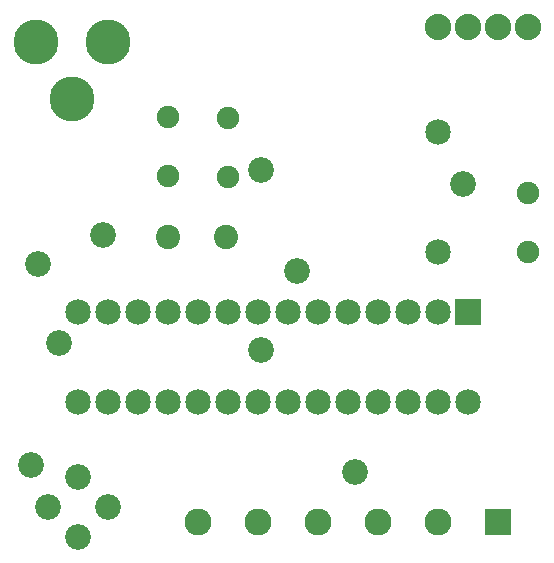
<source format=gbs>
G04 MADE WITH FRITZING*
G04 WWW.FRITZING.ORG*
G04 DOUBLE SIDED*
G04 HOLES PLATED*
G04 CONTOUR ON CENTER OF CONTOUR VECTOR*
%ASAXBY*%
%FSLAX23Y23*%
%MOIN*%
%OFA0B0*%
%SFA1.0B1.0*%
%ADD10C,0.085000*%
%ADD11C,0.080925*%
%ADD12C,0.080866*%
%ADD13C,0.075000*%
%ADD14C,0.088000*%
%ADD15C,0.086000*%
%ADD16C,0.090000*%
%ADD17C,0.150000*%
%ADD18C,0.085433*%
%ADD19R,0.085000X0.085000*%
%ADD20R,0.090000X0.090000*%
%LNMASK0*%
G90*
G70*
G54D10*
X1541Y833D03*
X1541Y533D03*
X1441Y833D03*
X1441Y533D03*
X1341Y833D03*
X1341Y533D03*
X1241Y833D03*
X1241Y533D03*
X1141Y833D03*
X1141Y533D03*
X1041Y833D03*
X1041Y533D03*
X941Y833D03*
X941Y533D03*
X841Y833D03*
X841Y533D03*
X741Y833D03*
X741Y533D03*
X641Y833D03*
X641Y533D03*
X541Y833D03*
X541Y533D03*
X441Y833D03*
X441Y533D03*
X341Y833D03*
X341Y533D03*
X241Y833D03*
X241Y533D03*
G54D11*
X541Y1083D03*
G54D12*
X734Y1083D03*
G54D10*
X1441Y1433D03*
X1441Y1033D03*
G54D13*
X1741Y1230D03*
X1741Y1033D03*
X541Y1286D03*
X541Y1483D03*
X741Y1480D03*
X741Y1283D03*
G54D14*
X1441Y1783D03*
X1541Y1783D03*
X1641Y1783D03*
X1741Y1783D03*
G54D15*
X341Y183D03*
X141Y183D03*
X241Y83D03*
X241Y283D03*
G54D16*
X1641Y133D03*
X1441Y133D03*
X1241Y133D03*
X1041Y133D03*
X841Y133D03*
X641Y133D03*
G54D17*
X341Y1733D03*
X101Y1733D03*
X221Y1543D03*
G54D18*
X180Y729D03*
X972Y969D03*
X108Y993D03*
X852Y705D03*
X852Y1305D03*
X324Y1089D03*
X1524Y1257D03*
X84Y321D03*
X1164Y297D03*
G54D19*
X1541Y833D03*
G54D20*
X1641Y133D03*
G04 End of Mask0*
M02*
</source>
